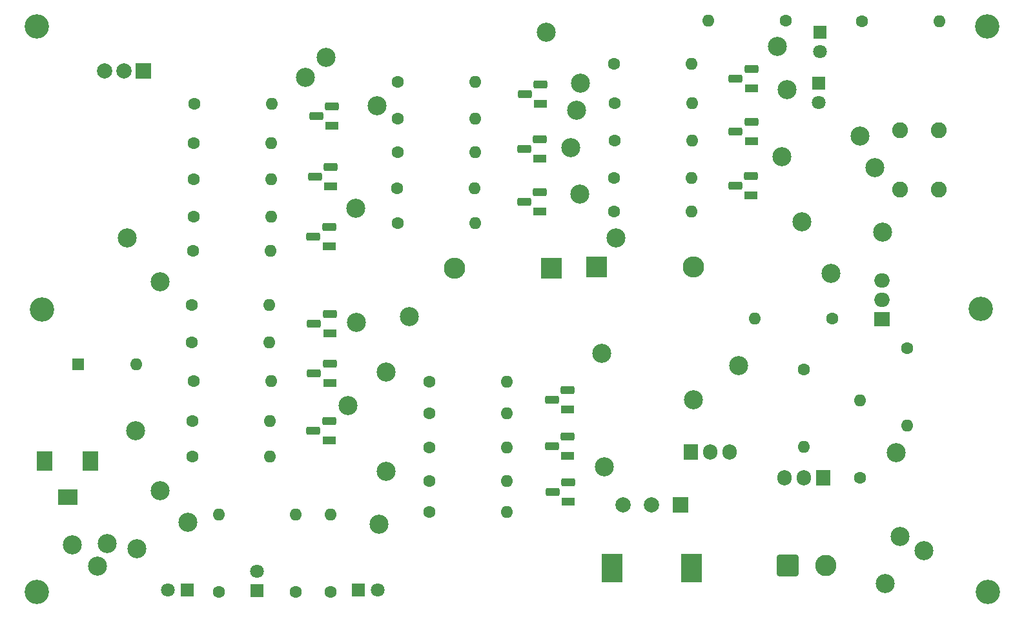
<source format=gbs>
G04 #@! TF.GenerationSoftware,KiCad,Pcbnew,8.0.8*
G04 #@! TF.CreationDate,2025-08-18T09:18:49-04:00*
G04 #@! TF.ProjectId,multimeter,6d756c74-696d-4657-9465-722e6b696361,rev?*
G04 #@! TF.SameCoordinates,Original*
G04 #@! TF.FileFunction,Soldermask,Bot*
G04 #@! TF.FilePolarity,Negative*
%FSLAX46Y46*%
G04 Gerber Fmt 4.6, Leading zero omitted, Abs format (unit mm)*
G04 Created by KiCad (PCBNEW 8.0.8) date 2025-08-18 09:18:49*
%MOMM*%
%LPD*%
G01*
G04 APERTURE LIST*
G04 Aperture macros list*
%AMRoundRect*
0 Rectangle with rounded corners*
0 $1 Rounding radius*
0 $2 $3 $4 $5 $6 $7 $8 $9 X,Y pos of 4 corners*
0 Add a 4 corners polygon primitive as box body*
4,1,4,$2,$3,$4,$5,$6,$7,$8,$9,$2,$3,0*
0 Add four circle primitives for the rounded corners*
1,1,$1+$1,$2,$3*
1,1,$1+$1,$4,$5*
1,1,$1+$1,$6,$7*
1,1,$1+$1,$8,$9*
0 Add four rect primitives between the rounded corners*
20,1,$1+$1,$2,$3,$4,$5,0*
20,1,$1+$1,$4,$5,$6,$7,0*
20,1,$1+$1,$6,$7,$8,$9,0*
20,1,$1+$1,$8,$9,$2,$3,0*%
G04 Aperture macros list end*
%ADD10C,3.200000*%
%ADD11R,2.000000X2.000000*%
%ADD12C,2.000000*%
%ADD13C,1.600000*%
%ADD14O,1.600000X1.600000*%
%ADD15R,1.800000X1.100000*%
%ADD16RoundRect,0.275000X0.625000X-0.275000X0.625000X0.275000X-0.625000X0.275000X-0.625000X-0.275000X0*%
%ADD17R,1.905000X2.000000*%
%ADD18O,1.905000X2.000000*%
%ADD19R,1.800000X1.800000*%
%ADD20C,1.800000*%
%ADD21C,2.082800*%
%ADD22RoundRect,0.250001X-1.149999X-1.149999X1.149999X-1.149999X1.149999X1.149999X-1.149999X1.149999X0*%
%ADD23C,2.800000*%
%ADD24R,2.800000X2.800000*%
%ADD25O,2.800000X2.800000*%
%ADD26R,2.800000X3.800000*%
%ADD27R,2.000000X1.905000*%
%ADD28O,2.000000X1.905000*%
%ADD29R,1.600000X1.600000*%
%ADD30R,2.000000X2.600000*%
%ADD31R,2.600000X2.000000*%
%ADD32C,2.500000*%
G04 APERTURE END LIST*
D10*
X13830000Y49495000D03*
X137755000Y86645000D03*
D11*
X27110000Y80845000D03*
D12*
X24570000Y80845000D03*
X22030000Y80845000D03*
D10*
X13130000Y86645000D03*
D13*
X117450000Y48275000D03*
D14*
X107290000Y48275000D03*
D13*
X60370000Y65375000D03*
D14*
X70530000Y65375000D03*
D15*
X82750000Y30275000D03*
D16*
X80680000Y31545000D03*
X82750000Y32815000D03*
D17*
X98890000Y30750000D03*
D18*
X101430000Y30750000D03*
X103970000Y30750000D03*
D19*
X42050000Y12605000D03*
D20*
X42050000Y15145000D03*
D13*
X33510000Y45175000D03*
D14*
X43670000Y45175000D03*
D15*
X82750000Y36335000D03*
D16*
X80680000Y37605000D03*
X82750000Y38875000D03*
D15*
X79220000Y76505000D03*
D16*
X77150000Y77775000D03*
X79220000Y79045000D03*
D13*
X88870000Y66775000D03*
D14*
X99030000Y66775000D03*
D13*
X111410000Y87445000D03*
D14*
X101250000Y87445000D03*
D21*
X126390000Y73045000D03*
X131470000Y73045000D03*
D22*
X111630000Y15845000D03*
D23*
X116630000Y15845000D03*
D13*
X127310000Y44415000D03*
D14*
X127310000Y34255000D03*
D15*
X106820000Y64505000D03*
D16*
X104750000Y65775000D03*
X106820000Y67045000D03*
D15*
X51580000Y39805000D03*
D16*
X49510000Y41075000D03*
X51580000Y42345000D03*
D15*
X106850000Y78575000D03*
D16*
X104780000Y79845000D03*
X106850000Y81115000D03*
D13*
X64650000Y39975000D03*
D14*
X74810000Y39975000D03*
D13*
X47150000Y12395000D03*
D14*
X47150000Y22555000D03*
D19*
X55360000Y12645000D03*
D20*
X57900000Y12645000D03*
D24*
X80600000Y54875000D03*
D25*
X67900000Y54875000D03*
D17*
X116250000Y27435000D03*
D18*
X113710000Y27435000D03*
X111170000Y27435000D03*
D11*
X97530000Y23845000D03*
D12*
X93780000Y23845000D03*
X90030000Y23845000D03*
D26*
X98980000Y15520000D03*
X88580000Y15520000D03*
D13*
X60470000Y74575000D03*
D14*
X70630000Y74575000D03*
D15*
X79150000Y62375000D03*
D16*
X77080000Y63645000D03*
X79150000Y64915000D03*
D13*
X60450000Y79375000D03*
D14*
X70610000Y79375000D03*
D15*
X51490000Y57835000D03*
D16*
X49420000Y59105000D03*
X51490000Y60375000D03*
D13*
X33710000Y40075000D03*
D14*
X43870000Y40075000D03*
D21*
X126390000Y65245000D03*
X131470000Y65245000D03*
D24*
X86600000Y55075000D03*
D25*
X99300000Y55075000D03*
D13*
X64670000Y26975000D03*
D14*
X74830000Y26975000D03*
D13*
X33710000Y61675000D03*
D14*
X43870000Y61675000D03*
D13*
X60470000Y60875000D03*
D14*
X70630000Y60875000D03*
D13*
X88950000Y76575000D03*
D14*
X99110000Y76575000D03*
D27*
X123970000Y48235000D03*
D28*
X123970000Y50775000D03*
X123970000Y53315000D03*
D13*
X121070000Y27395000D03*
D14*
X121070000Y37555000D03*
D13*
X33530000Y34875000D03*
D14*
X43690000Y34875000D03*
D13*
X88850000Y81775000D03*
D14*
X99010000Y81775000D03*
D13*
X64670000Y35875000D03*
D14*
X74830000Y35875000D03*
D15*
X51580000Y46405000D03*
D16*
X49510000Y47675000D03*
X51580000Y48945000D03*
D19*
X115830000Y85885000D03*
D20*
X115830000Y83345000D03*
D15*
X106850000Y71575000D03*
D16*
X104780000Y72845000D03*
X106850000Y74115000D03*
D13*
X64670000Y22875000D03*
D14*
X74830000Y22875000D03*
D13*
X121350000Y87345000D03*
D14*
X131510000Y87345000D03*
D10*
X13130000Y12395000D03*
D13*
X113770000Y41655000D03*
D14*
X113770000Y31495000D03*
D10*
X137830000Y12395000D03*
D29*
X18585000Y42275000D03*
D14*
X26205000Y42275000D03*
D19*
X115730000Y79215000D03*
D20*
X115730000Y76675000D03*
D13*
X51710000Y12415000D03*
D14*
X51710000Y22575000D03*
D13*
X88970000Y71675000D03*
D14*
X99130000Y71675000D03*
D19*
X32850000Y12675000D03*
D20*
X30310000Y12675000D03*
D13*
X88870000Y62375000D03*
D14*
X99030000Y62375000D03*
D15*
X51860000Y73665000D03*
D16*
X49790000Y74935000D03*
X51860000Y76205000D03*
D30*
X20180000Y29595000D03*
X14180000Y29595000D03*
D31*
X17180000Y24895000D03*
D13*
X60470000Y70175000D03*
D14*
X70630000Y70175000D03*
D15*
X51690000Y65635000D03*
D16*
X49620000Y66905000D03*
X51690000Y68175000D03*
D13*
X33710000Y71375000D03*
D14*
X43870000Y71375000D03*
D10*
X136905000Y49545000D03*
D13*
X33530000Y30175000D03*
D14*
X43690000Y30175000D03*
D15*
X82850000Y24275000D03*
D16*
X80780000Y25545000D03*
X82850000Y26815000D03*
D13*
X33510000Y50075000D03*
D14*
X43670000Y50075000D03*
D13*
X33710000Y66575000D03*
D14*
X43870000Y66575000D03*
D13*
X37050000Y12395000D03*
D14*
X37050000Y22555000D03*
D13*
X33610000Y57175000D03*
D14*
X43770000Y57175000D03*
D13*
X33790000Y76475000D03*
D14*
X43950000Y76475000D03*
D13*
X64650000Y31375000D03*
D14*
X74810000Y31375000D03*
D15*
X79150000Y69275000D03*
D16*
X77080000Y70545000D03*
X79150000Y71815000D03*
D15*
X51480000Y32305000D03*
D16*
X49410000Y33575000D03*
X51480000Y34845000D03*
D32*
X58950000Y28275000D03*
X62050000Y48575000D03*
X84350000Y64675000D03*
X29350000Y53175000D03*
X29350000Y25675000D03*
X87250000Y43775000D03*
X125850000Y30675000D03*
X87550000Y28875000D03*
X17850000Y18575000D03*
X54950000Y62775000D03*
X21150000Y15775000D03*
X83150000Y70775000D03*
X123030000Y68145000D03*
X124450000Y13475000D03*
X48350000Y79975000D03*
X58050000Y21275000D03*
X55050000Y47775000D03*
X121130000Y72245000D03*
X110850000Y69575000D03*
X32950000Y21575000D03*
X83950000Y75675000D03*
X22350000Y18775000D03*
X53950000Y36875000D03*
X124080000Y59695000D03*
X110250000Y84075000D03*
X126350000Y19675000D03*
X129450000Y17875000D03*
X26250000Y18075000D03*
X58950000Y41275000D03*
X25050000Y58875000D03*
X26150000Y33575000D03*
X113530000Y61045000D03*
X99230000Y37645000D03*
X89130000Y58875000D03*
X111530000Y78345000D03*
X51050000Y82575000D03*
X57750000Y76275000D03*
X79950000Y85875000D03*
X84450000Y79175000D03*
X105230000Y42145000D03*
X117330000Y54245000D03*
M02*

</source>
